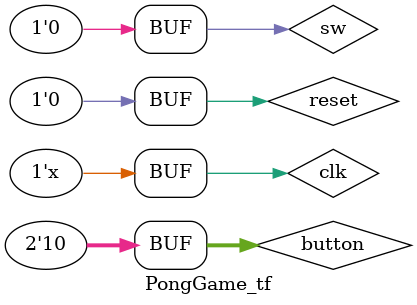
<source format=v>
`timescale 1ns / 1ps
module PongGame_tf;
    reg clk, reset, sw;
    reg [1:0] button;
    wire hsync, vsync;
    wire [11:0] rgb;
      
    PongGame pong( .clk(clk),
                   .reset(reset),
                   .sw(sw),
                   .button(button),
                   .hsync(hsync),
                   .vsync(vsync),
                   .rgb(rgb)
                   );
   
    always #5 clk = ~clk;
    initial begin
        clk = 0;
        button = 2'b0;
        sw = 0;
        #10 reset = 1;
        #10 reset = 0;
        button = 2'b01;//hold button to go UP for 50ms. counts down
        #50000000;
        button = 2'b00;//hold button to stay in place for 25ms.
        #50000000;
        button = 2'b10;//hold button to go DOWN for 50ms. counts up
        #50000000;

    end


endmodule

</source>
